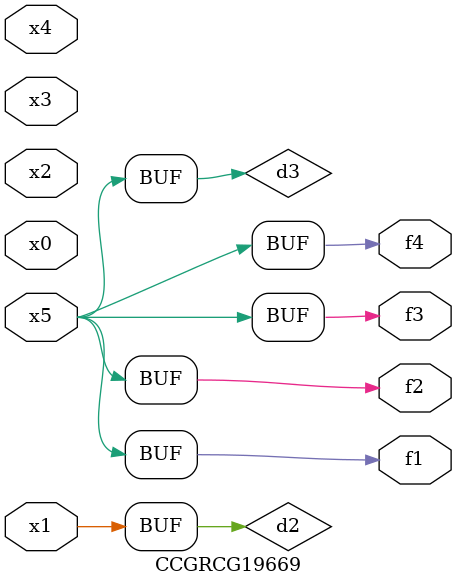
<source format=v>
module CCGRCG19669(
	input x0, x1, x2, x3, x4, x5,
	output f1, f2, f3, f4
);

	wire d1, d2, d3;

	not (d1, x5);
	or (d2, x1);
	xnor (d3, d1);
	assign f1 = d3;
	assign f2 = d3;
	assign f3 = d3;
	assign f4 = d3;
endmodule

</source>
